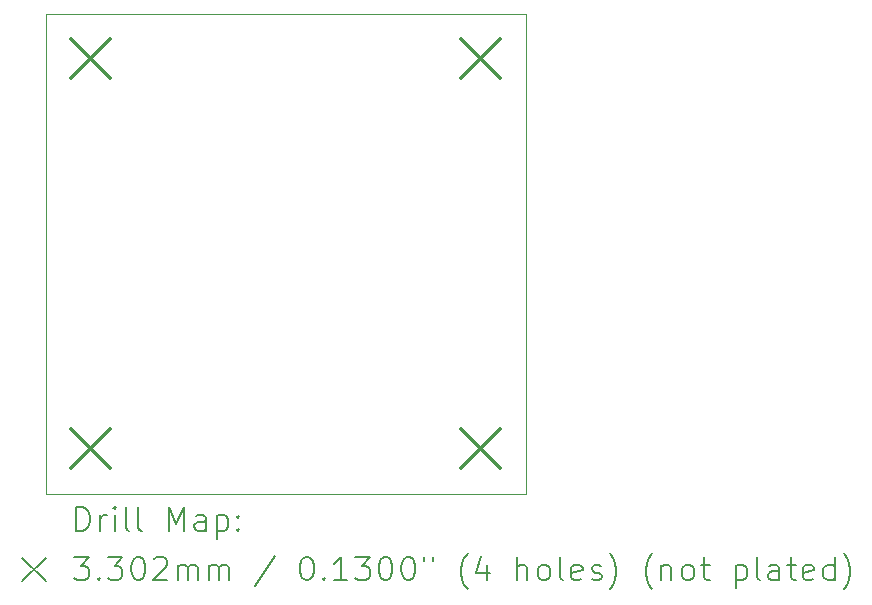
<source format=gbr>
%TF.GenerationSoftware,KiCad,Pcbnew,7.0.11-2.fc39*%
%TF.CreationDate,2024-03-24T03:10:40+08:00*%
%TF.ProjectId,ikoka-nano-meshtastic-device,696b6f6b-612d-46e6-916e-6f2d6d657368,1*%
%TF.SameCoordinates,Original*%
%TF.FileFunction,Drillmap*%
%TF.FilePolarity,Positive*%
%FSLAX45Y45*%
G04 Gerber Fmt 4.5, Leading zero omitted, Abs format (unit mm)*
G04 Created by KiCad (PCBNEW 7.0.11-2.fc39) date 2024-03-24 03:10:40*
%MOMM*%
%LPD*%
G01*
G04 APERTURE LIST*
%ADD10C,0.001000*%
%ADD11C,0.200000*%
%ADD12C,0.330200*%
G04 APERTURE END LIST*
D10*
X13208000Y-8128000D02*
X17272000Y-8128000D01*
X17272000Y-12192000D01*
X13208000Y-12192000D01*
X13208000Y-8128000D01*
D11*
D12*
X13423900Y-8343900D02*
X13754100Y-8674100D01*
X13754100Y-8343900D02*
X13423900Y-8674100D01*
X13423900Y-11645900D02*
X13754100Y-11976100D01*
X13754100Y-11645900D02*
X13423900Y-11976100D01*
X16725900Y-8343900D02*
X17056100Y-8674100D01*
X17056100Y-8343900D02*
X16725900Y-8674100D01*
X16725900Y-11645900D02*
X17056100Y-11976100D01*
X17056100Y-11645900D02*
X16725900Y-11976100D01*
D11*
X13468727Y-12503534D02*
X13468727Y-12303534D01*
X13468727Y-12303534D02*
X13516346Y-12303534D01*
X13516346Y-12303534D02*
X13544917Y-12313058D01*
X13544917Y-12313058D02*
X13563965Y-12332105D01*
X13563965Y-12332105D02*
X13573489Y-12351153D01*
X13573489Y-12351153D02*
X13583012Y-12389248D01*
X13583012Y-12389248D02*
X13583012Y-12417819D01*
X13583012Y-12417819D02*
X13573489Y-12455915D01*
X13573489Y-12455915D02*
X13563965Y-12474962D01*
X13563965Y-12474962D02*
X13544917Y-12494010D01*
X13544917Y-12494010D02*
X13516346Y-12503534D01*
X13516346Y-12503534D02*
X13468727Y-12503534D01*
X13668727Y-12503534D02*
X13668727Y-12370200D01*
X13668727Y-12408296D02*
X13678251Y-12389248D01*
X13678251Y-12389248D02*
X13687774Y-12379724D01*
X13687774Y-12379724D02*
X13706822Y-12370200D01*
X13706822Y-12370200D02*
X13725870Y-12370200D01*
X13792536Y-12503534D02*
X13792536Y-12370200D01*
X13792536Y-12303534D02*
X13783012Y-12313058D01*
X13783012Y-12313058D02*
X13792536Y-12322581D01*
X13792536Y-12322581D02*
X13802060Y-12313058D01*
X13802060Y-12313058D02*
X13792536Y-12303534D01*
X13792536Y-12303534D02*
X13792536Y-12322581D01*
X13916346Y-12503534D02*
X13897298Y-12494010D01*
X13897298Y-12494010D02*
X13887774Y-12474962D01*
X13887774Y-12474962D02*
X13887774Y-12303534D01*
X14021108Y-12503534D02*
X14002060Y-12494010D01*
X14002060Y-12494010D02*
X13992536Y-12474962D01*
X13992536Y-12474962D02*
X13992536Y-12303534D01*
X14249679Y-12503534D02*
X14249679Y-12303534D01*
X14249679Y-12303534D02*
X14316346Y-12446391D01*
X14316346Y-12446391D02*
X14383012Y-12303534D01*
X14383012Y-12303534D02*
X14383012Y-12503534D01*
X14563965Y-12503534D02*
X14563965Y-12398772D01*
X14563965Y-12398772D02*
X14554441Y-12379724D01*
X14554441Y-12379724D02*
X14535393Y-12370200D01*
X14535393Y-12370200D02*
X14497298Y-12370200D01*
X14497298Y-12370200D02*
X14478251Y-12379724D01*
X14563965Y-12494010D02*
X14544917Y-12503534D01*
X14544917Y-12503534D02*
X14497298Y-12503534D01*
X14497298Y-12503534D02*
X14478251Y-12494010D01*
X14478251Y-12494010D02*
X14468727Y-12474962D01*
X14468727Y-12474962D02*
X14468727Y-12455915D01*
X14468727Y-12455915D02*
X14478251Y-12436867D01*
X14478251Y-12436867D02*
X14497298Y-12427343D01*
X14497298Y-12427343D02*
X14544917Y-12427343D01*
X14544917Y-12427343D02*
X14563965Y-12417819D01*
X14659203Y-12370200D02*
X14659203Y-12570200D01*
X14659203Y-12379724D02*
X14678251Y-12370200D01*
X14678251Y-12370200D02*
X14716346Y-12370200D01*
X14716346Y-12370200D02*
X14735393Y-12379724D01*
X14735393Y-12379724D02*
X14744917Y-12389248D01*
X14744917Y-12389248D02*
X14754441Y-12408296D01*
X14754441Y-12408296D02*
X14754441Y-12465438D01*
X14754441Y-12465438D02*
X14744917Y-12484486D01*
X14744917Y-12484486D02*
X14735393Y-12494010D01*
X14735393Y-12494010D02*
X14716346Y-12503534D01*
X14716346Y-12503534D02*
X14678251Y-12503534D01*
X14678251Y-12503534D02*
X14659203Y-12494010D01*
X14840155Y-12484486D02*
X14849679Y-12494010D01*
X14849679Y-12494010D02*
X14840155Y-12503534D01*
X14840155Y-12503534D02*
X14830632Y-12494010D01*
X14830632Y-12494010D02*
X14840155Y-12484486D01*
X14840155Y-12484486D02*
X14840155Y-12503534D01*
X14840155Y-12379724D02*
X14849679Y-12389248D01*
X14849679Y-12389248D02*
X14840155Y-12398772D01*
X14840155Y-12398772D02*
X14830632Y-12389248D01*
X14830632Y-12389248D02*
X14840155Y-12379724D01*
X14840155Y-12379724D02*
X14840155Y-12398772D01*
X13007950Y-12732050D02*
X13207950Y-12932050D01*
X13207950Y-12732050D02*
X13007950Y-12932050D01*
X13449679Y-12723534D02*
X13573489Y-12723534D01*
X13573489Y-12723534D02*
X13506822Y-12799724D01*
X13506822Y-12799724D02*
X13535393Y-12799724D01*
X13535393Y-12799724D02*
X13554441Y-12809248D01*
X13554441Y-12809248D02*
X13563965Y-12818772D01*
X13563965Y-12818772D02*
X13573489Y-12837819D01*
X13573489Y-12837819D02*
X13573489Y-12885438D01*
X13573489Y-12885438D02*
X13563965Y-12904486D01*
X13563965Y-12904486D02*
X13554441Y-12914010D01*
X13554441Y-12914010D02*
X13535393Y-12923534D01*
X13535393Y-12923534D02*
X13478251Y-12923534D01*
X13478251Y-12923534D02*
X13459203Y-12914010D01*
X13459203Y-12914010D02*
X13449679Y-12904486D01*
X13659203Y-12904486D02*
X13668727Y-12914010D01*
X13668727Y-12914010D02*
X13659203Y-12923534D01*
X13659203Y-12923534D02*
X13649679Y-12914010D01*
X13649679Y-12914010D02*
X13659203Y-12904486D01*
X13659203Y-12904486D02*
X13659203Y-12923534D01*
X13735393Y-12723534D02*
X13859203Y-12723534D01*
X13859203Y-12723534D02*
X13792536Y-12799724D01*
X13792536Y-12799724D02*
X13821108Y-12799724D01*
X13821108Y-12799724D02*
X13840155Y-12809248D01*
X13840155Y-12809248D02*
X13849679Y-12818772D01*
X13849679Y-12818772D02*
X13859203Y-12837819D01*
X13859203Y-12837819D02*
X13859203Y-12885438D01*
X13859203Y-12885438D02*
X13849679Y-12904486D01*
X13849679Y-12904486D02*
X13840155Y-12914010D01*
X13840155Y-12914010D02*
X13821108Y-12923534D01*
X13821108Y-12923534D02*
X13763965Y-12923534D01*
X13763965Y-12923534D02*
X13744917Y-12914010D01*
X13744917Y-12914010D02*
X13735393Y-12904486D01*
X13983012Y-12723534D02*
X14002060Y-12723534D01*
X14002060Y-12723534D02*
X14021108Y-12733058D01*
X14021108Y-12733058D02*
X14030632Y-12742581D01*
X14030632Y-12742581D02*
X14040155Y-12761629D01*
X14040155Y-12761629D02*
X14049679Y-12799724D01*
X14049679Y-12799724D02*
X14049679Y-12847343D01*
X14049679Y-12847343D02*
X14040155Y-12885438D01*
X14040155Y-12885438D02*
X14030632Y-12904486D01*
X14030632Y-12904486D02*
X14021108Y-12914010D01*
X14021108Y-12914010D02*
X14002060Y-12923534D01*
X14002060Y-12923534D02*
X13983012Y-12923534D01*
X13983012Y-12923534D02*
X13963965Y-12914010D01*
X13963965Y-12914010D02*
X13954441Y-12904486D01*
X13954441Y-12904486D02*
X13944917Y-12885438D01*
X13944917Y-12885438D02*
X13935393Y-12847343D01*
X13935393Y-12847343D02*
X13935393Y-12799724D01*
X13935393Y-12799724D02*
X13944917Y-12761629D01*
X13944917Y-12761629D02*
X13954441Y-12742581D01*
X13954441Y-12742581D02*
X13963965Y-12733058D01*
X13963965Y-12733058D02*
X13983012Y-12723534D01*
X14125870Y-12742581D02*
X14135393Y-12733058D01*
X14135393Y-12733058D02*
X14154441Y-12723534D01*
X14154441Y-12723534D02*
X14202060Y-12723534D01*
X14202060Y-12723534D02*
X14221108Y-12733058D01*
X14221108Y-12733058D02*
X14230632Y-12742581D01*
X14230632Y-12742581D02*
X14240155Y-12761629D01*
X14240155Y-12761629D02*
X14240155Y-12780677D01*
X14240155Y-12780677D02*
X14230632Y-12809248D01*
X14230632Y-12809248D02*
X14116346Y-12923534D01*
X14116346Y-12923534D02*
X14240155Y-12923534D01*
X14325870Y-12923534D02*
X14325870Y-12790200D01*
X14325870Y-12809248D02*
X14335393Y-12799724D01*
X14335393Y-12799724D02*
X14354441Y-12790200D01*
X14354441Y-12790200D02*
X14383013Y-12790200D01*
X14383013Y-12790200D02*
X14402060Y-12799724D01*
X14402060Y-12799724D02*
X14411584Y-12818772D01*
X14411584Y-12818772D02*
X14411584Y-12923534D01*
X14411584Y-12818772D02*
X14421108Y-12799724D01*
X14421108Y-12799724D02*
X14440155Y-12790200D01*
X14440155Y-12790200D02*
X14468727Y-12790200D01*
X14468727Y-12790200D02*
X14487774Y-12799724D01*
X14487774Y-12799724D02*
X14497298Y-12818772D01*
X14497298Y-12818772D02*
X14497298Y-12923534D01*
X14592536Y-12923534D02*
X14592536Y-12790200D01*
X14592536Y-12809248D02*
X14602060Y-12799724D01*
X14602060Y-12799724D02*
X14621108Y-12790200D01*
X14621108Y-12790200D02*
X14649679Y-12790200D01*
X14649679Y-12790200D02*
X14668727Y-12799724D01*
X14668727Y-12799724D02*
X14678251Y-12818772D01*
X14678251Y-12818772D02*
X14678251Y-12923534D01*
X14678251Y-12818772D02*
X14687774Y-12799724D01*
X14687774Y-12799724D02*
X14706822Y-12790200D01*
X14706822Y-12790200D02*
X14735393Y-12790200D01*
X14735393Y-12790200D02*
X14754441Y-12799724D01*
X14754441Y-12799724D02*
X14763965Y-12818772D01*
X14763965Y-12818772D02*
X14763965Y-12923534D01*
X15154441Y-12714010D02*
X14983013Y-12971153D01*
X15411584Y-12723534D02*
X15430632Y-12723534D01*
X15430632Y-12723534D02*
X15449679Y-12733058D01*
X15449679Y-12733058D02*
X15459203Y-12742581D01*
X15459203Y-12742581D02*
X15468727Y-12761629D01*
X15468727Y-12761629D02*
X15478251Y-12799724D01*
X15478251Y-12799724D02*
X15478251Y-12847343D01*
X15478251Y-12847343D02*
X15468727Y-12885438D01*
X15468727Y-12885438D02*
X15459203Y-12904486D01*
X15459203Y-12904486D02*
X15449679Y-12914010D01*
X15449679Y-12914010D02*
X15430632Y-12923534D01*
X15430632Y-12923534D02*
X15411584Y-12923534D01*
X15411584Y-12923534D02*
X15392536Y-12914010D01*
X15392536Y-12914010D02*
X15383013Y-12904486D01*
X15383013Y-12904486D02*
X15373489Y-12885438D01*
X15373489Y-12885438D02*
X15363965Y-12847343D01*
X15363965Y-12847343D02*
X15363965Y-12799724D01*
X15363965Y-12799724D02*
X15373489Y-12761629D01*
X15373489Y-12761629D02*
X15383013Y-12742581D01*
X15383013Y-12742581D02*
X15392536Y-12733058D01*
X15392536Y-12733058D02*
X15411584Y-12723534D01*
X15563965Y-12904486D02*
X15573489Y-12914010D01*
X15573489Y-12914010D02*
X15563965Y-12923534D01*
X15563965Y-12923534D02*
X15554441Y-12914010D01*
X15554441Y-12914010D02*
X15563965Y-12904486D01*
X15563965Y-12904486D02*
X15563965Y-12923534D01*
X15763965Y-12923534D02*
X15649679Y-12923534D01*
X15706822Y-12923534D02*
X15706822Y-12723534D01*
X15706822Y-12723534D02*
X15687775Y-12752105D01*
X15687775Y-12752105D02*
X15668727Y-12771153D01*
X15668727Y-12771153D02*
X15649679Y-12780677D01*
X15830632Y-12723534D02*
X15954441Y-12723534D01*
X15954441Y-12723534D02*
X15887775Y-12799724D01*
X15887775Y-12799724D02*
X15916346Y-12799724D01*
X15916346Y-12799724D02*
X15935394Y-12809248D01*
X15935394Y-12809248D02*
X15944917Y-12818772D01*
X15944917Y-12818772D02*
X15954441Y-12837819D01*
X15954441Y-12837819D02*
X15954441Y-12885438D01*
X15954441Y-12885438D02*
X15944917Y-12904486D01*
X15944917Y-12904486D02*
X15935394Y-12914010D01*
X15935394Y-12914010D02*
X15916346Y-12923534D01*
X15916346Y-12923534D02*
X15859203Y-12923534D01*
X15859203Y-12923534D02*
X15840156Y-12914010D01*
X15840156Y-12914010D02*
X15830632Y-12904486D01*
X16078251Y-12723534D02*
X16097298Y-12723534D01*
X16097298Y-12723534D02*
X16116346Y-12733058D01*
X16116346Y-12733058D02*
X16125870Y-12742581D01*
X16125870Y-12742581D02*
X16135394Y-12761629D01*
X16135394Y-12761629D02*
X16144917Y-12799724D01*
X16144917Y-12799724D02*
X16144917Y-12847343D01*
X16144917Y-12847343D02*
X16135394Y-12885438D01*
X16135394Y-12885438D02*
X16125870Y-12904486D01*
X16125870Y-12904486D02*
X16116346Y-12914010D01*
X16116346Y-12914010D02*
X16097298Y-12923534D01*
X16097298Y-12923534D02*
X16078251Y-12923534D01*
X16078251Y-12923534D02*
X16059203Y-12914010D01*
X16059203Y-12914010D02*
X16049679Y-12904486D01*
X16049679Y-12904486D02*
X16040156Y-12885438D01*
X16040156Y-12885438D02*
X16030632Y-12847343D01*
X16030632Y-12847343D02*
X16030632Y-12799724D01*
X16030632Y-12799724D02*
X16040156Y-12761629D01*
X16040156Y-12761629D02*
X16049679Y-12742581D01*
X16049679Y-12742581D02*
X16059203Y-12733058D01*
X16059203Y-12733058D02*
X16078251Y-12723534D01*
X16268727Y-12723534D02*
X16287775Y-12723534D01*
X16287775Y-12723534D02*
X16306822Y-12733058D01*
X16306822Y-12733058D02*
X16316346Y-12742581D01*
X16316346Y-12742581D02*
X16325870Y-12761629D01*
X16325870Y-12761629D02*
X16335394Y-12799724D01*
X16335394Y-12799724D02*
X16335394Y-12847343D01*
X16335394Y-12847343D02*
X16325870Y-12885438D01*
X16325870Y-12885438D02*
X16316346Y-12904486D01*
X16316346Y-12904486D02*
X16306822Y-12914010D01*
X16306822Y-12914010D02*
X16287775Y-12923534D01*
X16287775Y-12923534D02*
X16268727Y-12923534D01*
X16268727Y-12923534D02*
X16249679Y-12914010D01*
X16249679Y-12914010D02*
X16240156Y-12904486D01*
X16240156Y-12904486D02*
X16230632Y-12885438D01*
X16230632Y-12885438D02*
X16221108Y-12847343D01*
X16221108Y-12847343D02*
X16221108Y-12799724D01*
X16221108Y-12799724D02*
X16230632Y-12761629D01*
X16230632Y-12761629D02*
X16240156Y-12742581D01*
X16240156Y-12742581D02*
X16249679Y-12733058D01*
X16249679Y-12733058D02*
X16268727Y-12723534D01*
X16411584Y-12723534D02*
X16411584Y-12761629D01*
X16487775Y-12723534D02*
X16487775Y-12761629D01*
X16783013Y-12999724D02*
X16773489Y-12990200D01*
X16773489Y-12990200D02*
X16754441Y-12961629D01*
X16754441Y-12961629D02*
X16744918Y-12942581D01*
X16744918Y-12942581D02*
X16735394Y-12914010D01*
X16735394Y-12914010D02*
X16725870Y-12866391D01*
X16725870Y-12866391D02*
X16725870Y-12828296D01*
X16725870Y-12828296D02*
X16735394Y-12780677D01*
X16735394Y-12780677D02*
X16744918Y-12752105D01*
X16744918Y-12752105D02*
X16754441Y-12733058D01*
X16754441Y-12733058D02*
X16773489Y-12704486D01*
X16773489Y-12704486D02*
X16783013Y-12694962D01*
X16944918Y-12790200D02*
X16944918Y-12923534D01*
X16897299Y-12714010D02*
X16849680Y-12856867D01*
X16849680Y-12856867D02*
X16973489Y-12856867D01*
X17202061Y-12923534D02*
X17202061Y-12723534D01*
X17287775Y-12923534D02*
X17287775Y-12818772D01*
X17287775Y-12818772D02*
X17278251Y-12799724D01*
X17278251Y-12799724D02*
X17259203Y-12790200D01*
X17259203Y-12790200D02*
X17230632Y-12790200D01*
X17230632Y-12790200D02*
X17211584Y-12799724D01*
X17211584Y-12799724D02*
X17202061Y-12809248D01*
X17411584Y-12923534D02*
X17392537Y-12914010D01*
X17392537Y-12914010D02*
X17383013Y-12904486D01*
X17383013Y-12904486D02*
X17373489Y-12885438D01*
X17373489Y-12885438D02*
X17373489Y-12828296D01*
X17373489Y-12828296D02*
X17383013Y-12809248D01*
X17383013Y-12809248D02*
X17392537Y-12799724D01*
X17392537Y-12799724D02*
X17411584Y-12790200D01*
X17411584Y-12790200D02*
X17440156Y-12790200D01*
X17440156Y-12790200D02*
X17459203Y-12799724D01*
X17459203Y-12799724D02*
X17468727Y-12809248D01*
X17468727Y-12809248D02*
X17478251Y-12828296D01*
X17478251Y-12828296D02*
X17478251Y-12885438D01*
X17478251Y-12885438D02*
X17468727Y-12904486D01*
X17468727Y-12904486D02*
X17459203Y-12914010D01*
X17459203Y-12914010D02*
X17440156Y-12923534D01*
X17440156Y-12923534D02*
X17411584Y-12923534D01*
X17592537Y-12923534D02*
X17573489Y-12914010D01*
X17573489Y-12914010D02*
X17563965Y-12894962D01*
X17563965Y-12894962D02*
X17563965Y-12723534D01*
X17744918Y-12914010D02*
X17725870Y-12923534D01*
X17725870Y-12923534D02*
X17687775Y-12923534D01*
X17687775Y-12923534D02*
X17668727Y-12914010D01*
X17668727Y-12914010D02*
X17659203Y-12894962D01*
X17659203Y-12894962D02*
X17659203Y-12818772D01*
X17659203Y-12818772D02*
X17668727Y-12799724D01*
X17668727Y-12799724D02*
X17687775Y-12790200D01*
X17687775Y-12790200D02*
X17725870Y-12790200D01*
X17725870Y-12790200D02*
X17744918Y-12799724D01*
X17744918Y-12799724D02*
X17754442Y-12818772D01*
X17754442Y-12818772D02*
X17754442Y-12837819D01*
X17754442Y-12837819D02*
X17659203Y-12856867D01*
X17830632Y-12914010D02*
X17849680Y-12923534D01*
X17849680Y-12923534D02*
X17887775Y-12923534D01*
X17887775Y-12923534D02*
X17906823Y-12914010D01*
X17906823Y-12914010D02*
X17916346Y-12894962D01*
X17916346Y-12894962D02*
X17916346Y-12885438D01*
X17916346Y-12885438D02*
X17906823Y-12866391D01*
X17906823Y-12866391D02*
X17887775Y-12856867D01*
X17887775Y-12856867D02*
X17859203Y-12856867D01*
X17859203Y-12856867D02*
X17840156Y-12847343D01*
X17840156Y-12847343D02*
X17830632Y-12828296D01*
X17830632Y-12828296D02*
X17830632Y-12818772D01*
X17830632Y-12818772D02*
X17840156Y-12799724D01*
X17840156Y-12799724D02*
X17859203Y-12790200D01*
X17859203Y-12790200D02*
X17887775Y-12790200D01*
X17887775Y-12790200D02*
X17906823Y-12799724D01*
X17983013Y-12999724D02*
X17992537Y-12990200D01*
X17992537Y-12990200D02*
X18011584Y-12961629D01*
X18011584Y-12961629D02*
X18021108Y-12942581D01*
X18021108Y-12942581D02*
X18030632Y-12914010D01*
X18030632Y-12914010D02*
X18040156Y-12866391D01*
X18040156Y-12866391D02*
X18040156Y-12828296D01*
X18040156Y-12828296D02*
X18030632Y-12780677D01*
X18030632Y-12780677D02*
X18021108Y-12752105D01*
X18021108Y-12752105D02*
X18011584Y-12733058D01*
X18011584Y-12733058D02*
X17992537Y-12704486D01*
X17992537Y-12704486D02*
X17983013Y-12694962D01*
X18344918Y-12999724D02*
X18335394Y-12990200D01*
X18335394Y-12990200D02*
X18316346Y-12961629D01*
X18316346Y-12961629D02*
X18306823Y-12942581D01*
X18306823Y-12942581D02*
X18297299Y-12914010D01*
X18297299Y-12914010D02*
X18287775Y-12866391D01*
X18287775Y-12866391D02*
X18287775Y-12828296D01*
X18287775Y-12828296D02*
X18297299Y-12780677D01*
X18297299Y-12780677D02*
X18306823Y-12752105D01*
X18306823Y-12752105D02*
X18316346Y-12733058D01*
X18316346Y-12733058D02*
X18335394Y-12704486D01*
X18335394Y-12704486D02*
X18344918Y-12694962D01*
X18421108Y-12790200D02*
X18421108Y-12923534D01*
X18421108Y-12809248D02*
X18430632Y-12799724D01*
X18430632Y-12799724D02*
X18449680Y-12790200D01*
X18449680Y-12790200D02*
X18478251Y-12790200D01*
X18478251Y-12790200D02*
X18497299Y-12799724D01*
X18497299Y-12799724D02*
X18506823Y-12818772D01*
X18506823Y-12818772D02*
X18506823Y-12923534D01*
X18630632Y-12923534D02*
X18611584Y-12914010D01*
X18611584Y-12914010D02*
X18602061Y-12904486D01*
X18602061Y-12904486D02*
X18592537Y-12885438D01*
X18592537Y-12885438D02*
X18592537Y-12828296D01*
X18592537Y-12828296D02*
X18602061Y-12809248D01*
X18602061Y-12809248D02*
X18611584Y-12799724D01*
X18611584Y-12799724D02*
X18630632Y-12790200D01*
X18630632Y-12790200D02*
X18659204Y-12790200D01*
X18659204Y-12790200D02*
X18678251Y-12799724D01*
X18678251Y-12799724D02*
X18687775Y-12809248D01*
X18687775Y-12809248D02*
X18697299Y-12828296D01*
X18697299Y-12828296D02*
X18697299Y-12885438D01*
X18697299Y-12885438D02*
X18687775Y-12904486D01*
X18687775Y-12904486D02*
X18678251Y-12914010D01*
X18678251Y-12914010D02*
X18659204Y-12923534D01*
X18659204Y-12923534D02*
X18630632Y-12923534D01*
X18754442Y-12790200D02*
X18830632Y-12790200D01*
X18783013Y-12723534D02*
X18783013Y-12894962D01*
X18783013Y-12894962D02*
X18792537Y-12914010D01*
X18792537Y-12914010D02*
X18811584Y-12923534D01*
X18811584Y-12923534D02*
X18830632Y-12923534D01*
X19049680Y-12790200D02*
X19049680Y-12990200D01*
X19049680Y-12799724D02*
X19068727Y-12790200D01*
X19068727Y-12790200D02*
X19106823Y-12790200D01*
X19106823Y-12790200D02*
X19125870Y-12799724D01*
X19125870Y-12799724D02*
X19135394Y-12809248D01*
X19135394Y-12809248D02*
X19144918Y-12828296D01*
X19144918Y-12828296D02*
X19144918Y-12885438D01*
X19144918Y-12885438D02*
X19135394Y-12904486D01*
X19135394Y-12904486D02*
X19125870Y-12914010D01*
X19125870Y-12914010D02*
X19106823Y-12923534D01*
X19106823Y-12923534D02*
X19068727Y-12923534D01*
X19068727Y-12923534D02*
X19049680Y-12914010D01*
X19259204Y-12923534D02*
X19240156Y-12914010D01*
X19240156Y-12914010D02*
X19230632Y-12894962D01*
X19230632Y-12894962D02*
X19230632Y-12723534D01*
X19421108Y-12923534D02*
X19421108Y-12818772D01*
X19421108Y-12818772D02*
X19411585Y-12799724D01*
X19411585Y-12799724D02*
X19392537Y-12790200D01*
X19392537Y-12790200D02*
X19354442Y-12790200D01*
X19354442Y-12790200D02*
X19335394Y-12799724D01*
X19421108Y-12914010D02*
X19402061Y-12923534D01*
X19402061Y-12923534D02*
X19354442Y-12923534D01*
X19354442Y-12923534D02*
X19335394Y-12914010D01*
X19335394Y-12914010D02*
X19325870Y-12894962D01*
X19325870Y-12894962D02*
X19325870Y-12875915D01*
X19325870Y-12875915D02*
X19335394Y-12856867D01*
X19335394Y-12856867D02*
X19354442Y-12847343D01*
X19354442Y-12847343D02*
X19402061Y-12847343D01*
X19402061Y-12847343D02*
X19421108Y-12837819D01*
X19487775Y-12790200D02*
X19563965Y-12790200D01*
X19516346Y-12723534D02*
X19516346Y-12894962D01*
X19516346Y-12894962D02*
X19525870Y-12914010D01*
X19525870Y-12914010D02*
X19544918Y-12923534D01*
X19544918Y-12923534D02*
X19563965Y-12923534D01*
X19706823Y-12914010D02*
X19687775Y-12923534D01*
X19687775Y-12923534D02*
X19649680Y-12923534D01*
X19649680Y-12923534D02*
X19630632Y-12914010D01*
X19630632Y-12914010D02*
X19621108Y-12894962D01*
X19621108Y-12894962D02*
X19621108Y-12818772D01*
X19621108Y-12818772D02*
X19630632Y-12799724D01*
X19630632Y-12799724D02*
X19649680Y-12790200D01*
X19649680Y-12790200D02*
X19687775Y-12790200D01*
X19687775Y-12790200D02*
X19706823Y-12799724D01*
X19706823Y-12799724D02*
X19716346Y-12818772D01*
X19716346Y-12818772D02*
X19716346Y-12837819D01*
X19716346Y-12837819D02*
X19621108Y-12856867D01*
X19887775Y-12923534D02*
X19887775Y-12723534D01*
X19887775Y-12914010D02*
X19868727Y-12923534D01*
X19868727Y-12923534D02*
X19830632Y-12923534D01*
X19830632Y-12923534D02*
X19811585Y-12914010D01*
X19811585Y-12914010D02*
X19802061Y-12904486D01*
X19802061Y-12904486D02*
X19792537Y-12885438D01*
X19792537Y-12885438D02*
X19792537Y-12828296D01*
X19792537Y-12828296D02*
X19802061Y-12809248D01*
X19802061Y-12809248D02*
X19811585Y-12799724D01*
X19811585Y-12799724D02*
X19830632Y-12790200D01*
X19830632Y-12790200D02*
X19868727Y-12790200D01*
X19868727Y-12790200D02*
X19887775Y-12799724D01*
X19963966Y-12999724D02*
X19973489Y-12990200D01*
X19973489Y-12990200D02*
X19992537Y-12961629D01*
X19992537Y-12961629D02*
X20002061Y-12942581D01*
X20002061Y-12942581D02*
X20011585Y-12914010D01*
X20011585Y-12914010D02*
X20021108Y-12866391D01*
X20021108Y-12866391D02*
X20021108Y-12828296D01*
X20021108Y-12828296D02*
X20011585Y-12780677D01*
X20011585Y-12780677D02*
X20002061Y-12752105D01*
X20002061Y-12752105D02*
X19992537Y-12733058D01*
X19992537Y-12733058D02*
X19973489Y-12704486D01*
X19973489Y-12704486D02*
X19963966Y-12694962D01*
M02*

</source>
